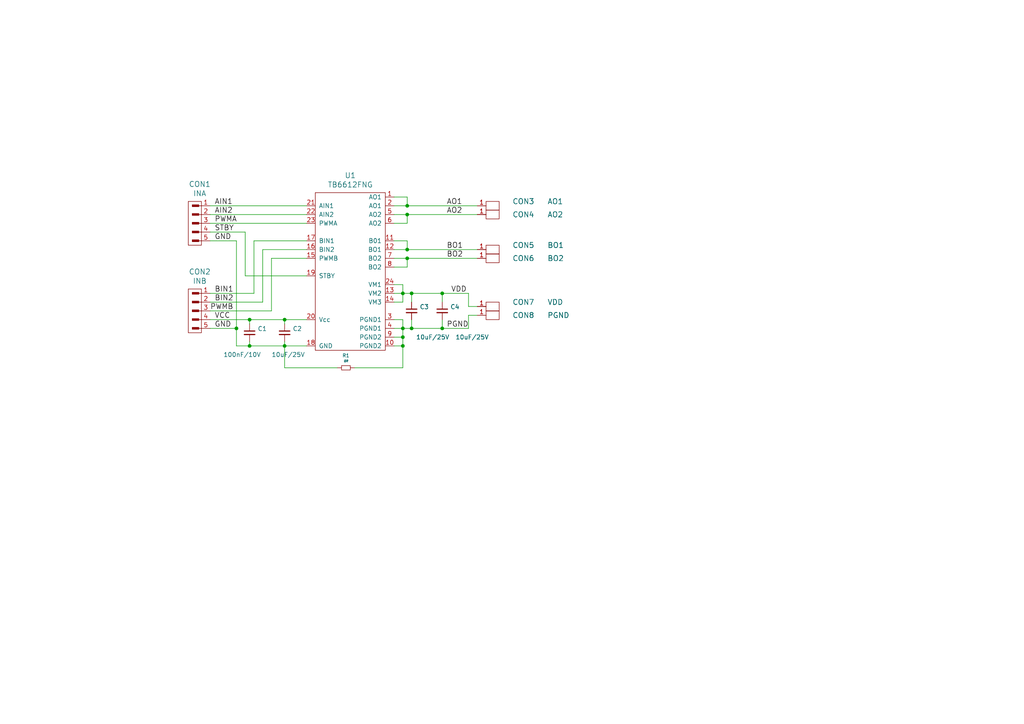
<source format=kicad_sch>
(kicad_sch (version 20230121) (generator eeschema)
  (paper "A4")
  (lib_symbols
    (symbol "BB-TB6612FNG-Rev_A:CON1" (pin_names (offset 1.016))
      (property "Reference" "CON" (at 0 2.54 0))
      (property "Value" "CON1" (at 0 -2.54 0))
      (symbol "CON1_0_1"
        (rectangle (start 1.27 1.27) (end -2.54 -1.27))
      )
      (symbol "CON1_1_1"
        (pin passive line (at 3.81 0 180) (length 2.54) (name "~") (number "1"))
      )
    )
    (symbol "BB-TB6612FNG-Rev_A:CON5" (pin_names (offset 1.016))
      (property "Reference" "CON" (at -1.27 7.62 0))
      (property "Value" "CON5" (at -1.27 -7.62 0))
      (symbol "CON5_0_0"
        (rectangle (start -2.6416 -5.2324) (end -0.8636 -4.8768))
        (rectangle (start -2.6416 -2.6924) (end -0.8636 -2.3368))
        (rectangle (start -2.6416 -0.1524) (end -0.8636 0.2032))
        (rectangle (start -2.6416 2.3876) (end -0.8636 2.7432))
        (rectangle (start -2.6162 -5.1308) (end -0.9652 -5.0292))
        (rectangle (start -2.6162 -2.5908) (end -0.9652 -2.4892))
        (rectangle (start -2.6162 -0.0508) (end -0.9652 0.0508))
        (rectangle (start -2.6162 2.4892) (end -0.9652 2.5908))
        (rectangle (start -2.6162 4.9276) (end -0.8382 5.2832))
        (rectangle (start -2.5908 5.0546) (end -0.9398 5.1562))
        (rectangle (start -0.9652 -4.953) (end -2.6416 -5.1562))
        (rectangle (start -0.9652 -2.413) (end -2.6416 -2.6162))
        (rectangle (start -0.9652 0.127) (end -2.6416 -0.0762))
        (rectangle (start -0.9652 2.667) (end -2.6416 2.4638))
        (rectangle (start -0.8636 5.1816) (end -2.54 4.9784))
        (rectangle (start -0.7366 -4.7752) (end -2.667 -5.334))
        (rectangle (start -0.7366 -2.2352) (end -2.667 -2.794))
        (rectangle (start -0.7366 0.3048) (end -2.667 -0.254))
        (rectangle (start -0.7366 2.8448) (end -2.667 2.286))
        (rectangle (start -0.7366 5.3848) (end -2.667 4.826))
        (polyline (pts (xy 0 -5.08) (xy -0.762 -5.08)))
        (polyline (pts (xy 0 -2.54) (xy -0.762 -2.54)))
        (polyline (pts (xy 0 0) (xy -0.762 0)))
        (polyline (pts (xy 0 2.54) (xy -0.762 2.54)))
        (polyline (pts (xy 0 5.08) (xy -0.762 5.08)))
      )
      (symbol "CON5_0_1"
        (rectangle (start -3.81 6.35) (end 0 -6.35))
      )
      (symbol "CON5_1_1"
        (pin passive line (at 2.54 5.08 180) (length 2.54) (name "~") (number "1"))
        (pin passive line (at 2.54 2.54 180) (length 2.54) (name "~") (number "2"))
        (pin passive line (at 2.54 0 180) (length 2.54) (name "~") (number "3"))
        (pin passive line (at 2.54 -2.54 180) (length 2.54) (name "~") (number "4"))
        (pin passive line (at 2.54 -5.08 180) (length 2.54) (name "~") (number "5"))
      )
    )
    (symbol "BB-TB6612FNG-Rev_A:C_Small" (pin_numbers hide) (pin_names (offset 0.254) hide)
      (property "Reference" "C" (at 0.254 1.778 0))
      (property "Value" "C_Small" (at 0.254 -2.032 0))
      (symbol "C_Small_0_1"
        (polyline (pts (xy -1.524 -0.508) (xy 1.524 -0.508)) (stroke (width 0.3302)))
        (polyline (pts (xy -1.524 0.508) (xy 1.524 0.508)) (stroke (width 0.3048)))
      )
      (symbol "C_Small_1_1"
        (pin passive line (at 0 2.54 270) (length 1.905) (name "~") (number "1"))
        (pin passive line (at 0 -2.54 90) (length 2.032) (name "~") (number "2"))
      )
    )
    (symbol "BB-TB6612FNG-Rev_A:Res_Small" (pin_numbers hide) (pin_names (offset 0) hide)
      (property "Reference" "R" (at 0 1.27 0))
      (property "Value" "Res_Small" (at -0.127 -1.27 0))
      (symbol "Res_Small_0_1"
        (rectangle (start -1.27 0.635) (end 1.27 -0.635))
      )
      (symbol "Res_Small_1_1"
        (pin passive line (at -2.54 0 0) (length 1.27) (name "1") (number "1"))
        (pin passive line (at 2.54 0 180) (length 1.27) (name "2") (number "2"))
      )
    )
    (symbol "BB-TB6612FNG-Rev_A:TB6612FNG" (pin_names (offset 1.016))
      (property "Reference" "U" (at 0 24.13 0))
      (property "Value" "TB6612FNG" (at 1.27 -24.13 0))
      (symbol "TB6612FNG_0_1"
        (rectangle (start -10.16 22.86) (end 10.16 -22.86))
      )
      (symbol "TB6612FNG_1_1"
        (pin output line (at 12.7 21.59 180) (length 2.54) (name "AO1") (number "1"))
        (pin output line (at 12.7 -21.59 180) (length 2.54) (name "PGND2") (number "10"))
        (pin output line (at 12.7 8.89 180) (length 2.54) (name "B01") (number "11"))
        (pin output line (at 12.7 6.35 180) (length 2.54) (name "BO1") (number "12"))
        (pin power_in line (at 12.7 -6.35 180) (length 2.54) (name "VM2") (number "13"))
        (pin power_in line (at 12.7 -8.89 180) (length 2.54) (name "VM3") (number "14"))
        (pin input line (at -12.7 3.81 0) (length 2.54) (name "PWMB") (number "15"))
        (pin input line (at -12.7 6.35 0) (length 2.54) (name "BIN2") (number "16"))
        (pin input line (at -12.7 8.89 0) (length 2.54) (name "BIN1") (number "17"))
        (pin power_in line (at -12.7 -21.59 0) (length 2.54) (name "GND") (number "18"))
        (pin input line (at -12.7 -1.27 0) (length 2.54) (name "STBY") (number "19"))
        (pin output line (at 12.7 19.05 180) (length 2.54) (name "AO1") (number "2"))
        (pin power_in line (at -12.7 -13.97 0) (length 2.54) (name "Vcc") (number "20"))
        (pin input line (at -12.7 19.05 0) (length 2.54) (name "AIN1") (number "21"))
        (pin input line (at -12.7 16.51 0) (length 2.54) (name "AIN2") (number "22"))
        (pin input line (at -12.7 13.97 0) (length 2.54) (name "PWMA") (number "23"))
        (pin power_in line (at 12.7 -3.81 180) (length 2.54) (name "VM1") (number "24"))
        (pin output line (at 12.7 -13.97 180) (length 2.54) (name "PGND1") (number "3"))
        (pin output line (at 12.7 -16.51 180) (length 2.54) (name "PGND1") (number "4"))
        (pin output line (at 12.7 16.51 180) (length 2.54) (name "AO2") (number "5"))
        (pin output line (at 12.7 13.97 180) (length 2.54) (name "AO2") (number "6"))
        (pin output line (at 12.7 3.81 180) (length 2.54) (name "BO2") (number "7"))
        (pin output line (at 12.7 1.27 180) (length 2.54) (name "BO2") (number "8"))
        (pin output line (at 12.7 -19.05 180) (length 2.54) (name "PGND2") (number "9"))
      )
    )
  )
  (junction (at 119.38 85.09))
  (junction (at 116.84 95.25))
  (junction (at 72.39 100.33))
  (junction (at 82.55 100.33))
  (junction (at 118.11 74.93))
  (junction (at 118.11 59.69))
  (junction (at 68.58 95.25))
  (junction (at 82.55 92.71))
  (junction (at 128.27 85.09))
  (junction (at 118.11 72.39))
  (junction (at 128.27 95.25))
  (junction (at 116.84 97.79))
  (junction (at 118.11 62.23))
  (junction (at 116.84 100.33))
  (junction (at 116.84 85.09))
  (junction (at 119.38 95.25))
  (junction (at 72.39 92.71))
  (wire (pts (xy 88.9 72.39) (xy 76.2 72.39)))
  (wire (pts (xy 118.11 69.85) (xy 118.11 72.39)))
  (wire (pts (xy 60.96 67.31) (xy 71.12 67.31)))
  (wire (pts (xy 135.89 85.09) (xy 135.89 88.9)))
  (wire (pts (xy 60.96 69.85) (xy 68.58 69.85)))
  (wire (pts (xy 76.2 72.39) (xy 76.2 87.63)))
  (wire (pts (xy 114.3 69.85) (xy 118.11 69.85)))
  (wire (pts (xy 68.58 100.33) (xy 72.39 100.33)))
  (wire (pts (xy 116.84 82.55) (xy 114.3 82.55)))
  (wire (pts (xy 118.11 74.93) (xy 138.43 74.93)))
  (wire (pts (xy 119.38 85.09) (xy 128.27 85.09)))
  (wire (pts (xy 116.84 97.79) (xy 116.84 100.33)))
  (wire (pts (xy 128.27 85.09) (xy 135.89 85.09)))
  (wire (pts (xy 82.55 93.98) (xy 82.55 92.71)))
  (wire (pts (xy 72.39 99.06) (xy 72.39 100.33)))
  (wire (pts (xy 88.9 69.85) (xy 73.66 69.85)))
  (wire (pts (xy 72.39 92.71) (xy 82.55 92.71)))
  (wire (pts (xy 116.84 100.33) (xy 116.84 106.68)))
  (wire (pts (xy 114.3 97.79) (xy 116.84 97.79)))
  (wire (pts (xy 116.84 95.25) (xy 119.38 95.25)))
  (wire (pts (xy 116.84 106.68) (xy 102.87 106.68)))
  (wire (pts (xy 73.66 69.85) (xy 73.66 85.09)))
  (wire (pts (xy 60.96 59.69) (xy 88.9 59.69)))
  (wire (pts (xy 114.3 59.69) (xy 118.11 59.69)))
  (wire (pts (xy 68.58 69.85) (xy 68.58 95.25)))
  (wire (pts (xy 118.11 62.23) (xy 118.11 64.77)))
  (wire (pts (xy 119.38 95.25) (xy 128.27 95.25)))
  (wire (pts (xy 119.38 85.09) (xy 119.38 87.63)))
  (wire (pts (xy 116.84 87.63) (xy 116.84 85.09)))
  (wire (pts (xy 118.11 64.77) (xy 114.3 64.77)))
  (wire (pts (xy 71.12 80.01) (xy 88.9 80.01)))
  (wire (pts (xy 68.58 95.25) (xy 68.58 100.33)))
  (wire (pts (xy 60.96 95.25) (xy 68.58 95.25)))
  (wire (pts (xy 135.89 91.44) (xy 138.43 91.44)))
  (wire (pts (xy 118.11 62.23) (xy 138.43 62.23)))
  (wire (pts (xy 118.11 77.47) (xy 118.11 74.93)))
  (wire (pts (xy 72.39 100.33) (xy 82.55 100.33)))
  (wire (pts (xy 114.3 74.93) (xy 118.11 74.93)))
  (wire (pts (xy 118.11 59.69) (xy 138.43 59.69)))
  (wire (pts (xy 128.27 92.71) (xy 128.27 95.25)))
  (wire (pts (xy 114.3 62.23) (xy 118.11 62.23)))
  (wire (pts (xy 72.39 93.98) (xy 72.39 92.71)))
  (wire (pts (xy 60.96 92.71) (xy 72.39 92.71)))
  (wire (pts (xy 73.66 85.09) (xy 60.96 85.09)))
  (wire (pts (xy 78.74 74.93) (xy 78.74 90.17)))
  (wire (pts (xy 116.84 100.33) (xy 114.3 100.33)))
  (wire (pts (xy 116.84 95.25) (xy 116.84 97.79)))
  (wire (pts (xy 114.3 95.25) (xy 116.84 95.25)))
  (wire (pts (xy 114.3 87.63) (xy 116.84 87.63)))
  (wire (pts (xy 88.9 62.23) (xy 60.96 62.23)))
  (wire (pts (xy 114.3 57.15) (xy 118.11 57.15)))
  (wire (pts (xy 118.11 72.39) (xy 138.43 72.39)))
  (wire (pts (xy 116.84 85.09) (xy 116.84 82.55)))
  (wire (pts (xy 60.96 64.77) (xy 88.9 64.77)))
  (wire (pts (xy 114.3 77.47) (xy 118.11 77.47)))
  (wire (pts (xy 76.2 87.63) (xy 60.96 87.63)))
  (wire (pts (xy 71.12 67.31) (xy 71.12 80.01)))
  (wire (pts (xy 88.9 74.93) (xy 78.74 74.93)))
  (wire (pts (xy 128.27 95.25) (xy 135.89 95.25)))
  (wire (pts (xy 135.89 95.25) (xy 135.89 91.44)))
  (wire (pts (xy 119.38 95.25) (xy 119.38 92.71)))
  (wire (pts (xy 78.74 90.17) (xy 60.96 90.17)))
  (wire (pts (xy 116.84 85.09) (xy 119.38 85.09)))
  (wire (pts (xy 82.55 100.33) (xy 82.55 106.68)))
  (wire (pts (xy 82.55 92.71) (xy 88.9 92.71)))
  (wire (pts (xy 116.84 92.71) (xy 116.84 95.25)))
  (wire (pts (xy 118.11 57.15) (xy 118.11 59.69)))
  (wire (pts (xy 82.55 100.33) (xy 88.9 100.33)))
  (wire (pts (xy 114.3 85.09) (xy 116.84 85.09)))
  (wire (pts (xy 128.27 87.63) (xy 128.27 85.09)))
  (wire (pts (xy 82.55 99.06) (xy 82.55 100.33)))
  (wire (pts (xy 135.89 88.9) (xy 138.43 88.9)))
  (wire (pts (xy 97.79 106.68) (xy 82.55 106.68)))
  (wire (pts (xy 114.3 92.71) (xy 116.84 92.71)))
  (wire (pts (xy 114.3 72.39) (xy 118.11 72.39)))
  (label "AO2" (at 129.54 62.23 0) (effects (font (size 1.524 1.524))))
  (label "PWMA" (at 62.23 64.77 0) (effects (font (size 1.524 1.524))))
  (label "AIN2" (at 62.23 62.23 0) (effects (font (size 1.524 1.524))))
  (label "AIN1" (at 62.23 59.69 0) (effects (font (size 1.524 1.524))))
  (label "BO2" (at 129.54 74.93 0) (effects (font (size 1.524 1.524))))
  (label "VCC" (at 62.23 92.71 0) (effects (font (size 1.524 1.524))))
  (label "PWMB" (at 60.96 90.17 0) (effects (font (size 1.524 1.524))))
  (label "AO1" (at 129.54 59.69 0) (effects (font (size 1.524 1.524))))
  (label "STBY" (at 62.23 67.31 0) (effects (font (size 1.524 1.524))))
  (label "VDD" (at 130.81 85.09 0) (effects (font (size 1.524 1.524))))
  (label "BO1" (at 129.54 72.39 0) (effects (font (size 1.524 1.524))))
  (label "PGND" (at 129.54 95.25 0) (effects (font (size 1.524 1.524))))
  (label "BIN1" (at 62.23 85.09 0) (effects (font (size 1.524 1.524))))
  (label "BIN2" (at 62.23 87.63 0) (effects (font (size 1.524 1.524))))
  (label "GND" (at 62.23 95.25 0) (effects (font (size 1.524 1.524))))
  (label "GND" (at 62.23 69.85 0) (effects (font (size 1.524 1.524))))
  (symbol (lib_id "BB-TB6612FNG-Rev_A:TB6612FNG") (at 101.6 78.74 0) (unit 1)
    (property "Reference" "U1" (at 101.6 50.8762 0) (effects (font (size 1.524 1.524))))
    (property "Value" "TB6612FNG" (at 101.6 53.5686 0) (effects (font (size 1.524 1.524))))
    (property "Footprint" "OLIMEX_IC-FP:SSOP24" (effects hide))
  )
  (symbol (lib_id "BB-TB6612FNG-Rev_A:CON5") (at 58.42 64.77 0) (unit 1)
    (property "Reference" "CON1" (at 57.9374 53.4162 0) (effects (font (size 1.524 1.524))))
    (property "Value" "INA" (at 57.9374 56.1086 0) (effects (font (size 1.524 1.524))))
    (property "Footprint" "OLIMEX_Connectors-FP:HN1x5" (effects hide))
  )
  (symbol (lib_id "BB-TB6612FNG-Rev_A:CON5") (at 58.42 90.17 0) (unit 1)
    (property "Reference" "CON2" (at 57.9374 78.8162 0) (effects (font (size 1.524 1.524))))
    (property "Value" "INB" (at 57.9374 81.5086 0) (effects (font (size 1.524 1.524))))
    (property "Footprint" "OLIMEX_Connectors-FP:HN1x5" (effects hide))
  )
  (symbol (lib_id "BB-TB6612FNG-Rev_A:C_Small") (at 82.55 96.52 0) (unit 1)
    (property "Reference" "C2" (at 84.8868 95.3516 0) (effects (justify left)))
    (property "Value" "10uF/25V" (at 78.74 102.87 0) (effects (justify left)))
    (property "Footprint" "OLIMEX_RLC-FP:C_0603_5MIL_DWS" (effects hide))
  )
  (symbol (lib_id "BB-TB6612FNG-Rev_A:C_Small") (at 119.38 90.17 0) (unit 1)
    (property "Reference" "C3" (at 121.7168 89.0016 0) (effects (justify left)))
    (property "Value" "10uF/25V" (at 120.65 97.79 0) (effects (justify left)))
    (property "Footprint" "OLIMEX_RLC-FP:C_0603_5MIL_DWS" (effects hide))
  )
  (symbol (lib_id "BB-TB6612FNG-Rev_A:C_Small") (at 128.27 90.17 0) (unit 1)
    (property "Reference" "C4" (at 130.6068 89.0016 0) (effects (justify left)))
    (property "Value" "10uF/25V" (at 132.08 97.79 0) (effects (justify left)))
    (property "Footprint" "OLIMEX_RLC-FP:C_0603_5MIL_DWS" (effects hide))
  )
  (symbol (lib_id "BB-TB6612FNG-Rev_A:C_Small") (at 72.39 96.52 0) (unit 1)
    (property "Reference" "C1" (at 74.7268 95.3516 0) (effects (justify left)))
    (property "Value" "100nF/10V" (at 64.77 102.87 0) (effects (justify left)))
    (property "Footprint" "OLIMEX_RLC-FP:C_0603_5MIL_DWS" (effects hide))
  )
  (symbol (lib_id "BB-TB6612FNG-Rev_A:CON1") (at 142.24 59.69 180) (unit 1)
    (property "Reference" "CON3" (at 148.59 58.42 0) (effects (font (size 1.524 1.524)) (justify right)))
    (property "Value" "AO1" (at 158.75 58.42 0) (effects (font (size 1.524 1.524)) (justify right)))
    (property "Footprint" "OLIMEX_Connectors-FP:N1_SMD" (effects hide))
  )
  (symbol (lib_id "BB-TB6612FNG-Rev_A:CON1") (at 142.24 62.23 180) (unit 1)
    (property "Reference" "CON4" (at 148.59 62.23 0) (effects (font (size 1.524 1.524)) (justify right)))
    (property "Value" "AO2" (at 158.75 62.23 0) (effects (font (size 1.524 1.524)) (justify right)))
    (property "Footprint" "OLIMEX_Connectors-FP:N1_SMD" (effects hide))
  )
  (symbol (lib_id "BB-TB6612FNG-Rev_A:CON1") (at 142.24 72.39 180) (unit 1)
    (property "Reference" "CON5" (at 148.59 71.12 0) (effects (font (size 1.524 1.524)) (justify right)))
    (property "Value" "BO1" (at 158.75 71.12 0) (effects (font (size 1.524 1.524)) (justify right)))
    (property "Footprint" "OLIMEX_Connectors-FP:N1_SMD" (effects hide))
  )
  (symbol (lib_id "BB-TB6612FNG-Rev_A:CON1") (at 142.24 74.93 180) (unit 1)
    (property "Reference" "CON6" (at 148.59 74.93 0) (effects (font (size 1.524 1.524)) (justify right)))
    (property "Value" "BO2" (at 158.75 74.93 0) (effects (font (size 1.524 1.524)) (justify right)))
    (property "Footprint" "OLIMEX_Connectors-FP:N1_SMD" (effects hide))
  )
  (symbol (lib_id "BB-TB6612FNG-Rev_A:CON1") (at 142.24 88.9 180) (unit 1)
    (property "Reference" "CON7" (at 148.59 87.63 0) (effects (font (size 1.524 1.524)) (justify right)))
    (property "Value" "VDD" (at 158.75 87.63 0) (effects (font (size 1.524 1.524)) (justify right)))
    (property "Footprint" "OLIMEX_Connectors-FP:N1_SMD" (effects hide))
  )
  (symbol (lib_id "BB-TB6612FNG-Rev_A:CON1") (at 142.24 91.44 180) (unit 1)
    (property "Reference" "CON8" (at 148.59 91.44 0) (effects (font (size 1.524 1.524)) (justify right)))
    (property "Value" "PGND" (at 158.75 91.44 0) (effects (font (size 1.524 1.524)) (justify right)))
    (property "Footprint" "OLIMEX_Connectors-FP:N1_SMD" (effects hide))
  )
  (symbol (lib_id "BB-TB6612FNG-Rev_A:Res_Small") (at 100.33 106.68 0) (unit 1)
    (property "Reference" "R1" (at 100.33 103.124 0) (effects (font (size 0.9906 0.9906))))
    (property "Value" "0R" (at 100.33 104.7242 0) (effects (font (size 0.6096 0.6096) italic)))
    (property "Footprint" "OLIMEX_RLC-FP:R_0603_5MIL_0R(Board_Mounted)" (effects hide))
  )
)
</source>
